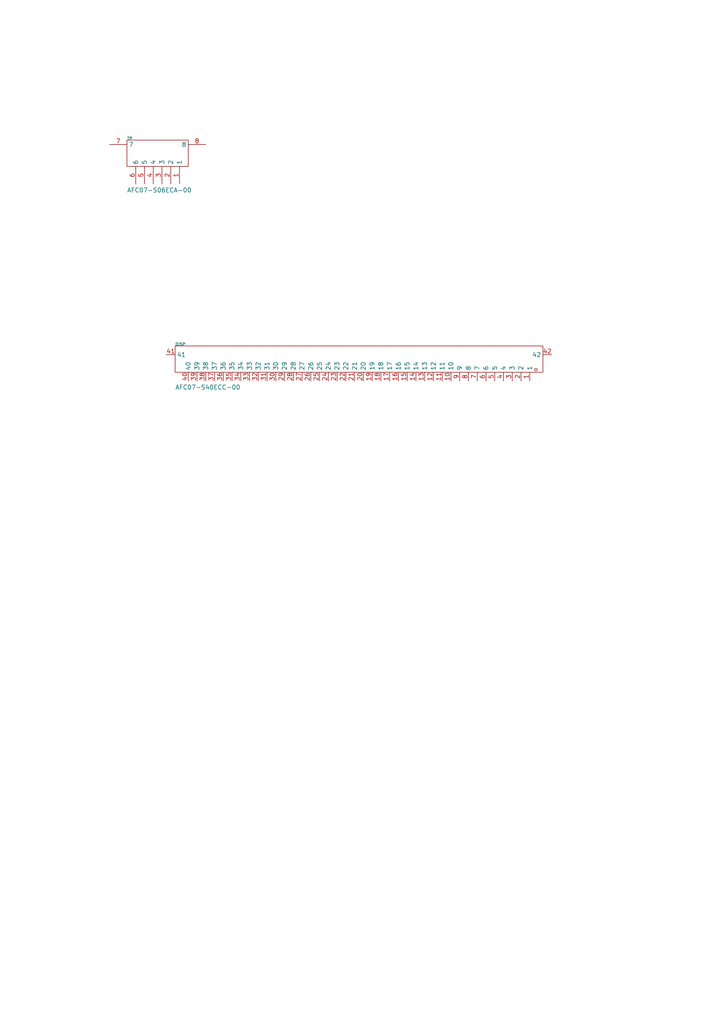
<source format=kicad_sch>
(kicad_sch (version 20250114) (generator "eeschema") (generator_version "9.0")
  (paper "A4" portrait)
  (lib_symbols
    (symbol "flex_pcb:AFC07-S06ECA-00"
      (property "Reference" "FPC" (at 0 0 0))
      (symbol "AFC07-S06ECA-00_1_0"
        (rectangle (start -1.27 -8.89) (end 6.35 8.89))
        (pin input line (at -6.35 6.35 0) (length 5.08) (name "1") (number "1"))
        (pin input line (at -6.35 3.81 0) (length 5.08) (name "2") (number "2"))
        (pin input line (at -6.35 1.27 0) (length 5.08) (name "3") (number "3"))
        (pin input line (at -6.35 -1.27 0) (length 5.08) (name "4") (number "4"))
        (pin input line (at -6.35 -3.81 0) (length 5.08) (name "5") (number "5"))
        (pin input line (at -6.35 -6.35 0) (length 5.08) (name "6") (number "6"))
        (pin input line (at 5.08 13.97 270) (length 5.08) (name "8") (number "8"))
        (pin input line (at 5.08 -13.97 90) (length 5.08) (name "7") (number "7"))
      )
    )
    (symbol "flex_pcb:FPC 0.5MM 40P Pull type H2.0mm Pick up"
      (property "Reference" "P" (at 0 0 0))
      (symbol "FPC 0.5MM 40P Pull type H2.0mm Pick up_1_0"
        (rectangle (start -1.27 -53.34) (end 6.35 53.34))
        (circle (center -0.508 51.308) (radius 0.381))
        (pin input line (at -3.81 49.53 0) (length 2.54) (name "1") (number "1"))
        (pin input line (at -3.81 46.99 0) (length 2.54) (name "2") (number "2"))
        (pin input line (at -3.81 44.45 0) (length 2.54) (name "3") (number "3"))
        (pin input line (at -3.81 41.91 0) (length 2.54) (name "4") (number "4"))
        (pin input line (at -3.81 39.37 0) (length 2.54) (name "5") (number "5"))
        (pin input line (at -3.81 36.83 0) (length 2.54) (name "6") (number "6"))
        (pin input line (at -3.81 34.29 0) (length 2.54) (name "7") (number "7"))
        (pin input line (at -3.81 31.75 0) (length 2.54) (name "8") (number "8"))
        (pin input line (at -3.81 29.21 0) (length 2.54) (name "9") (number "9"))
        (pin input line (at -3.81 26.67 0) (length 2.54) (name "10") (number "10"))
        (pin input line (at -3.81 24.13 0) (length 2.54) (name "11") (number "11"))
        (pin input line (at -3.81 21.59 0) (length 2.54) (name "12") (number "12"))
        (pin input line (at -3.81 19.05 0) (length 2.54) (name "13") (number "13"))
        (pin input line (at -3.81 16.51 0) (length 2.54) (name "14") (number "14"))
        (pin input line (at -3.81 13.97 0) (length 2.54) (name "15") (number "15"))
        (pin input line (at -3.81 11.43 0) (length 2.54) (name "16") (number "16"))
        (pin input line (at -3.81 8.89 0) (length 2.54) (name "17") (number "17"))
        (pin input line (at -3.81 6.35 0) (length 2.54) (name "18") (number "18"))
        (pin input line (at -3.81 3.81 0) (length 2.54) (name "19") (number "19"))
        (pin input line (at -3.81 1.27 0) (length 2.54) (name "20") (number "20"))
        (pin input line (at -3.81 -1.27 0) (length 2.54) (name "21") (number "21"))
        (pin input line (at -3.81 -3.81 0) (length 2.54) (name "22") (number "22"))
        (pin input line (at -3.81 -6.35 0) (length 2.54) (name "23") (number "23"))
        (pin input line (at -3.81 -8.89 0) (length 2.54) (name "24") (number "24"))
        (pin input line (at -3.81 -11.43 0) (length 2.54) (name "25") (number "25"))
        (pin input line (at -3.81 -13.97 0) (length 2.54) (name "26") (number "26"))
        (pin input line (at -3.81 -16.51 0) (length 2.54) (name "27") (number "27"))
        (pin input line (at -3.81 -19.05 0) (length 2.54) (name "28") (number "28"))
        (pin input line (at -3.81 -21.59 0) (length 2.54) (name "29") (number "29"))
        (pin input line (at -3.81 -24.13 0) (length 2.54) (name "30") (number "30"))
        (pin input line (at -3.81 -26.67 0) (length 2.54) (name "31") (number "31"))
        (pin input line (at -3.81 -29.21 0) (length 2.54) (name "32") (number "32"))
        (pin input line (at -3.81 -31.75 0) (length 2.54) (name "33") (number "33"))
        (pin input line (at -3.81 -34.29 0) (length 2.54) (name "34") (number "34"))
        (pin input line (at -3.81 -36.83 0) (length 2.54) (name "35") (number "35"))
        (pin input line (at -3.81 -39.37 0) (length 2.54) (name "36") (number "36"))
        (pin input line (at -3.81 -41.91 0) (length 2.54) (name "37") (number "37"))
        (pin input line (at -3.81 -44.45 0) (length 2.54) (name "38") (number "38"))
        (pin input line (at -3.81 -46.99 0) (length 2.54) (name "39") (number "39"))
        (pin input line (at -3.81 -49.53 0) (length 2.54) (name "40") (number "40"))
        (pin input line (at 3.81 55.88 270) (length 2.54) (name "42") (number "42"))
        (pin input line (at 3.81 -55.88 90) (length 2.54) (name "41") (number "41"))
      )
    )
  )
  (symbol (lib_id "flex_pcb:AFC07-S06ECA-00") (at 45.72 46.99 270) (mirror x) (unit 1)
    (property "Reference" "TP" (at 36.83 40.64 90) (effects (font (size 0.8382 0.8382)) (justify left top)))
    (property "Value" "AFC07-S06ECA-00" (at 36.83 55.88 90) (effects (justify left top)))
    (property "Footprint" "flex_pcb:FPC-SMD_P0.50-6P_LCS-SJ-H2.0" (effects (hide yes)))
    (property "Datasheet" "https://atta.szlcsc.com/upload/public/pdf/source/20190726/C11082_A2E7B12387019CE4314BB5199EE0FDF4.pdf" (effects (hide yes)))
    (property "Description" "Locking Feature:抽屉式 Contact Type:Contact,Top Number of Contacts:6P Pitch:0.5mm Mounting Type:卧贴 FFC, FCB Thickness:0.3mm FFC, FCB Thickness:0.3mm Height Above Board:2mm" (effects (hide yes)))
    (property "Manufacturer Part" "AFC07-S06ECA-00" (effects (hide yes)))
    (property "Manufacturer" "JS(钜硕电子)" (effects (hide yes)))
    (property "Supplier Part" "C262579" (effects (hide yes)))
    (property "Supplier" "LCSC" (effects (hide yes)))
    (property "LCSC Part Name" "间距:0.5mm P数:6P 抽屉式 上接" (effects (hide yes)))
  )
  (symbol (lib_id "flex_pcb:FPC 0.5MM 40P Pull type H2.0mm Pick up") (at 104.14 106.68 270) (mirror x) (unit 1)
    (property "Reference" "DISP" (at 50.8 100.33 90) (effects (font (size 0.8382 0.8382)) (justify left top)))
    (property "Value" "AFC07-S40ECC-00" (at 50.8 113.03 90) (effects (justify left top)))
    (property "Footprint" "flex_pcb:CONN-SMD_AFC07-S40ECC-00" (effects (hide yes)))
    (property "Datasheet" "https://atta.szlcsc.com/upload/public/pdf/source/20130129/1457706582878.pdf" (effects (hide yes)))
    (property "Description" "Locking Feature:抽屉式 Contact Type:Contact,Top Number of Contacts:40P Pitch:0.5mm Mounting Type:卧贴 FFC, FCB Thickness:0.3mm FFC, FCB Thickness:0.3mm Height Above Board:2mm" (effects (hide yes)))
    (property "Manufacturer Part" "AFC07-S40ECC-00" (effects (hide yes)))
    (property "Manufacturer" "JS(钜硕电子)" (effects (hide yes)))
    (property "Supplier Part" "C11097" (effects (hide yes)))
    (property "Supplier" "LCSC" (effects (hide yes)))
    (property "LCSC Part Name" "间距:0.5mm P数:40P 抽屉式 上接" (effects (hide yes)))
  )
)
</source>
